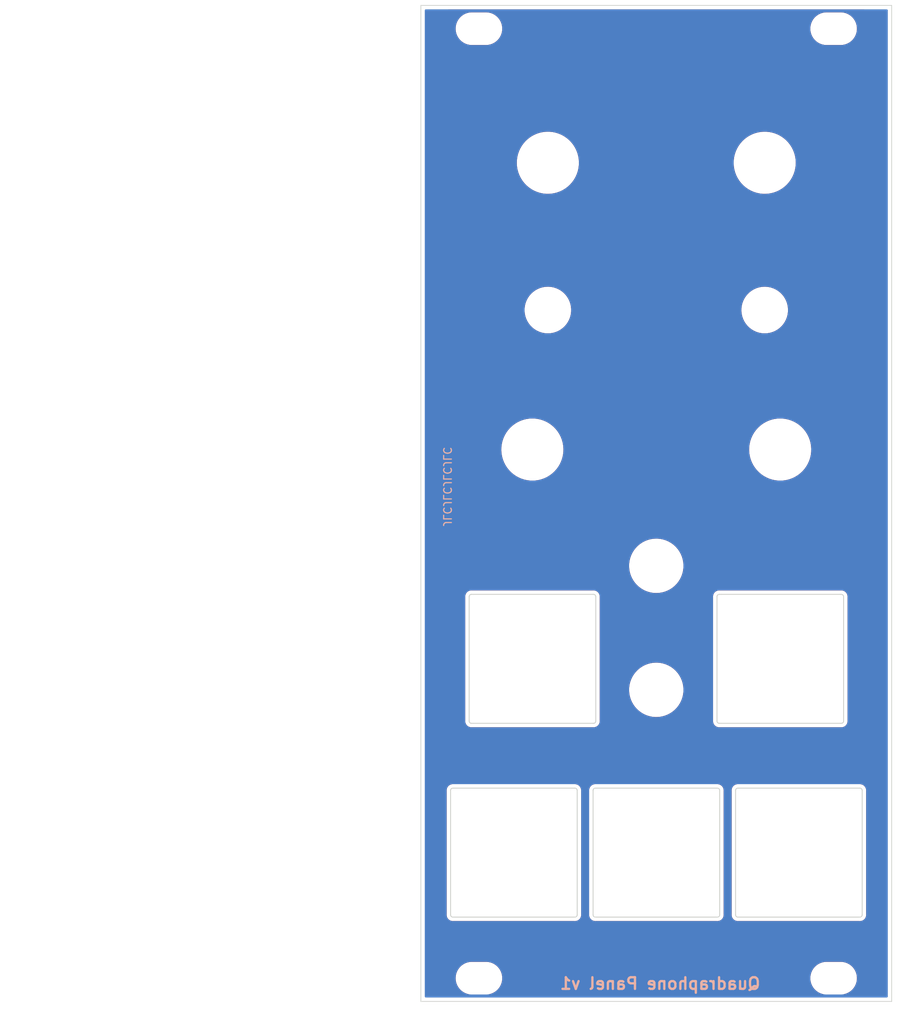
<source format=kicad_pcb>
(kicad_pcb (version 20211014) (generator pcbnew)
  (layers (0 "F.Cu" signal) (31 "B.Cu" signal) (34 "B.Paste" user) (35 "F.Paste" user) (36 "B.SilkS" user "B.Silkscreen") (37 "F.SilkS" user "F.Silkscreen") (38 "B.Mask" user) (39 "F.Mask" user) (44 "Edge.Cuts" user))
  (net 0 "")
  (footprint "kibuzzard-63D122C1" (layer "F.Cu") (at 94 47)
    (fp_text reference "kibuzzard-63D122C1" hide)
    (fp_text value "G***" hide)
  )
  (footprint "kibuzzard-63D0FD70" (layer "F.Cu") (at 102 76 -90)
    (fp_text reference "kibuzzard-63D0FD70" hide)
    (fp_text value "G***" hide)
  )
  (footprint "kibuzzard-63D25E01" (layer "F.Cu") (at 90 70)
    (fp_text reference "kibuzzard-63D25E01" hide)
    (fp_text value "G***" hide)
  )
  (footprint "Custom_Footprints:Sub_Miniature_Switch_MountingHole_5mm" (layer "F.Cu") (at 94 76 180)
    (fp_text reference "Ref**" hide)
    (fp_text value "Subminiature_Switch" hide)
    (pad "" np_thru_hole circle locked (at 0 0 180) (size 5 5) (drill 5) (layers *.Cu *.Mask))
  )
  (footprint "Custom_Footprints:Alpha_9mm_pot_hole" (layer "F.Cu") (at 66 57 180)
    (fp_text reference "Ref**" hide)
    (fp_text value "Alpha_9mm_pot" hide)
    (pad "" np_thru_hole circle locked (at 0 0 180) (size 7 7) (drill 7) (layers *.Cu *.Mask))
  )
  (footprint "Custom_Footprints:Oval_Mounting_Hole" (layer "F.Cu") (at 102.9 39.7)
    (fp_text reference "Ref**" hide)
    (fp_text value "Oval_Mounting_Hole")
    (pad "" np_thru_hole oval locked (at 0 0) (size 5 3.2) (drill oval 5 3.2) (layers *.Cu *.Mask))
  )
  (footprint "kibuzzard-63D139E5" (layer "F.Cu") (at 64 108.5)
    (fp_text reference "kibuzzard-63D139E5" hide)
    (fp_text value "G***" hide)
  )
  (footprint "Custom_Footprints:Alpha_9mm_pot_hole" (layer "F.Cu") (at 94 57 180)
    (fp_text reference "Ref**" hide)
    (fp_text value "Alpha_9mm_pot" hide)
    (pad "" np_thru_hole circle locked (at 0 0 180) (size 7 7) (drill 7) (layers *.Cu *.Mask))
  )
  (footprint "Custom_Footprints:RJ45_Molex_42878-8506_Mounting_Hole" (layer "F.Cu") (at 80 146)
    (fp_text reference "Output" hide)
    (fp_text value "RJ45_Molex_42878-8506_Mounting_Hole")
    (fp_line (start 7.88 8.32) (end -7.88 8.32) (layer "Edge.Cuts") (width 0.12))
    (fp_line (start 8.19 -8.02) (end 8.19 8.02) (layer "Edge.Cuts") (width 0.12))
    (fp_line (start 7.88 -8.32) (end -7.88 -8.32) (layer "Edge.Cuts") (width 0.12))
    (fp_line (start -8.16 -8.02) (end -8.16 8.02) (layer "Edge.Cuts") (width 0.12))
    (fp_arc (start 8.19 8.02) (mid 8.100917 8.238111) (end 7.88 8.32) (layer "Edge.Cuts") (width 0.12))
    (fp_arc (start 7.88 -8.32) (mid 8.096622 -8.233665) (end 8.19 -8.02) (layer "Edge.Cuts") (width 0.12))
    (fp_arc (start -7.88 8.32) (mid -8.081749 8.227632) (end -8.16 8.02) (layer "Edge.Cuts") (width 0.12))
    (fp_arc (start -8.16 -8.02) (mid -8.081443 -8.227347) (end -7.88 -8.32) (layer "Edge.Cuts") (width 0.12))
  )
  (footprint "kibuzzard-63D139F5" (layer "F.Cu") (at 62 134.5)
    (fp_text reference "kibuzzard-63D139F5" hide)
    (fp_text value "G***" hide)
  )
  (footprint "Custom_Footprints:Alpha_9mm_pot_hole" (layer "F.Cu") (at 96 94 180)
    (fp_text reference "Ref**" hide)
    (fp_text value "Alpha_9mm_pot" hide)
    (pad "" np_thru_hole circle locked (at 0 0 180) (size 7 7) (drill 7) (layers *.Cu *.Mask))
  )
  (footprint "kibuzzard-63D12295" (layer "F.Cu") (at 66 47)
    (fp_text reference "kibuzzard-63D12295" hide)
    (fp_text value "G***" hide)
  )
  (footprint "Custom_Footprints:RJ45_Molex_42878-8506_Mounting_Hole" (layer "F.Cu") (at 96 121)
    (fp_text reference "PWM_In" hide)
    (fp_text value "RJ45_Molex_42878-8506_Mounting_Hole")
    (fp_line (start 8.19 -8.02) (end 8.19 8.02) (layer "Edge.Cuts") (width 0.12))
    (fp_line (start -8.16 -8.02) (end -8.16 8.02) (layer "Edge.Cuts") (width 0.12))
    (fp_line (start 7.88 8.32) (end -7.88 8.32) (layer "Edge.Cuts") (width 0.12))
    (fp_line (start 7.88 -8.32) (end -7.88 -8.32) (layer "Edge.Cuts") (width 0.12))
    (fp_arc (start -7.88 8.32) (mid -8.081749 8.227632) (end -8.16 8.02) (layer "Edge.Cuts") (width 0.12))
    (fp_arc (start -8.16 -8.02) (mid -8.081443 -8.227347) (end -7.88 -8.32) (layer "Edge.Cuts") (width 0.12))
    (fp_arc (start 8.19 8.02) (mid 8.100917 8.238111) (end 7.88 8.32) (layer "Edge.Cuts") (width 0.12))
    (fp_arc (start 7.88 -8.32) (mid 8.096622 -8.233665) (end 8.19 -8.02) (layer "Edge.Cuts") (width 0.12))
  )
  (footprint "kibuzzard-63D127EA" (layer "F.Cu") (at 80 57)
    (fp_text reference "kibuzzard-63D127EA" hide)
    (fp_text value "G***" hide)
  )
  (footprint "Custom_Footprints:DPDT_Switch_MountingHole_6mm" (layer "F.Cu") (at 66 76)
    (fp_text reference "Ref**" hide)
    (fp_text value "Subminiature_Switch" hide)
    (pad "" np_thru_hole circle (at 0 0) (size 5 5) (drill 5) (layers *.Cu *.Mask))
  )
  (footprint "Custom_Footprints:Oval_Mounting_Hole" (layer "F.Cu") (at 102.9 162.2)
    (fp_text reference "Ref**" hide)
    (fp_text value "Oval_Mounting_Hole")
    (pad "" np_thru_hole oval locked (at 0 0) (size 5 3.2) (drill oval 5 3.2) (layers *.Cu *.Mask))
  )
  (footprint "Graphics:QuadraphoneLogo" (layer "F.Cu") (at 79.962909 39.924006)
    (fp_text reference "G***" hide)
    (fp_text value "LOGO" hide)
  )
  (footprint "Custom_Footprints:Thonkiconn_Socket_MountingHole_6mm" (layer "F.Cu") (at 80 125 180)
    (fp_text reference "Ref**" hide)
    (fp_text value "Thonkiconn_Socket_MountingHole_6mm")
    (pad "" np_thru_hole circle locked (at 0 0 180) (size 6 6) (drill 6) (layers *.Cu *.Mask))
  )
  (footprint "kibuzzard-63D13A10" (layer "F.Cu") (at 98.5 134.5)
    (fp_text reference "kibuzzard-63D13A10" hide)
    (fp_text value "G***" hide)
  )
  (footprint "kibuzzard-63D25EC7" (layer "F.Cu") (at 80 100.1 90)
    (fp_text reference "kibuzzard-63D25EC7" hide)
    (fp_text value "G***" hide)
  )
  (footprint "kibuzzard-63D1286A" (layer "F.Cu") (at 90 82)
    (fp_text reference "kibuzzard-63D1286A" hide)
    (fp_text value "G***" hide)
  )
  (footprint "Custom_Footprints:Alpha_9mm_pot_hole" (layer "F.Cu") (at 64 94 180)
    (fp_text reference "Ref**" hide)
    (fp_text value "Alpha_9mm_pot" hide)
    (pad "" np_thru_hole circle locked (at 0 0 180) (size 7 7) (drill 7) (layers *.Cu *.Mask))
  )
  (footprint "Custom_Footprints:RJ45_Molex_42878-8506_Mounting_Hole" (layer "F.Cu") (at 98.4 146)
    (fp_text reference "Synch_In" hide)
    (fp_text value "RJ45_Molex_42878-8506_Mounting_Hole")
    (fp_line (start 8.19 -8.02) (end 8.19 8.02) (layer "Edge.Cuts") (width 0.12))
    (fp_line (start 7.88 -8.32) (end -7.88 -8.32) (layer "Edge.Cuts") (width 0.12))
    (fp_line (start 7.88 8.32) (end -7.88 8.32) (layer "Edge.Cuts") (width 0.12))
    (fp_line (start -8.16 -8.02) (end -8.16 8.02) (layer "Edge.Cuts") (width 0.12))
    (fp_arc (start -7.88 8.32) (mid -8.081749 8.227632) (end -8.16 8.02) (layer "Edge.Cuts") (width 0.12))
    (fp_arc (start -8.16 -8.02) (mid -8.081443 -8.227347) (end -7.88 -8.32) (layer "Edge.Cuts") (width 0.12))
    (fp_arc (start 8.19 8.02) (mid 8.100917 8.238111) (end 7.88 8.32) (layer "Edge.Cuts") (width 0.12))
    (fp_arc (start 7.88 -8.32) (mid 8.096622 -8.233665) (end 8.19 -8.02) (layer "Edge.Cuts") (width 0.12))
  )
  (footprint "Custom_Footprints:Oval_Mounting_Hole" (layer "F.Cu") (at 57.1 162.2)
    (fp_text reference "Ref**" hide)
    (fp_text value "Oval_Mounting_Hole")
    (pad "" np_thru_hole oval locked (at 0 0) (size 5 3.2) (drill oval 5 3.2) (layers *.Cu *.Mask))
  )
  (footprint "Custom_Footprints:Thonkiconn_Socket_MountingHole_6mm" (layer "F.Cu") (at 80 109 180)
    (fp_text reference "Ref**" hide)
    (fp_text value "Thonkiconn_Socket_MountingHole_6mm")
    (pad "" np_thru_hole circle locked (at 0 0 180) (size 6 6) (drill 6) (layers *.Cu *.Mask))
  )
  (footprint "kibuzzard-63D122DE" (layer "F.Cu") (at 58 76 90)
    (fp_text reference "kibuzzard-63D122DE" hide)
    (fp_text value "G***" hide)
  )
  (footprint "Custom_Footprints:RJ45_Molex_42878-8506_Mounting_Hole" (layer "F.Cu") (at 64 121)
    (fp_text reference "FM_In" hide)
    (fp_text value "RJ45_Molex_42878-8506_Mounting_Hole")
    (fp_line (start -8.16 -8.02) (end -8.16 8.02) (layer "Edge.Cuts") (width 0.12))
    (fp_line (start 7.88 8.32) (end -7.88 8.32) (layer "Edge.Cuts") (width 0.12))
    (fp_line (start 8.19 -8.02) (end 8.19 8.02) (layer "Edge.Cuts") (width 0.12))
    (fp_line (start 7.88 -8.32) (end -7.88 -8.32) (layer "Edge.Cuts") (width 0.12))
    (fp_arc (start -7.88 8.32) (mid -8.081749 8.227632) (end -8.16 8.02) (layer "Edge.Cuts") (width 0.12))
    (fp_arc (start 7.88 -8.32) (mid 8.096622 -8.233665) (end 8.19 -8.02) (layer "Edge.Cuts") (width 0.12))
    (fp_arc (start -8.16 -8.02) (mid -8.081443 -8.227347) (end -7.88 -8.32) (layer "Edge.Cuts") (width 0.12))
    (fp_arc (start 8.19 8.02) (mid 8.100917 8.238111) (end 7.88 8.32) (layer "Edge.Cuts") (width 0.12))
  )
  (footprint "Custom_Footprints:Oval_Mounting_Hole" (layer "F.Cu") (at 57.1 39.7)
    (fp_text reference "Ref**" hide)
    (fp_text value "Oval_Mounting_Hole")
    (pad "" np_thru_hole oval locked (at 0 0) (size 5 3.2) (drill oval 5 3.2) (layers *.Cu *.Mask))
  )
  (footprint "Custom_Footprints:RJ45_Molex_42878-8506_Mounting_Hole" (layer "F.Cu") (at 61.6 146)
    (fp_text reference "V_per_Oct_In" hide)
    (fp_text value "RJ45_Molex_42878-8506_Mounting_Hole")
    (fp_line (start 7.88 -8.32) (end -7.88 -8.32) (layer "Edge.Cuts") (width 0.12))
    (fp_line (start 8.19 -8.02) (end 8.19 8.02) (layer "Edge.Cuts") (width 0.12))
    (fp_line (start 7.88 8.32) (end -7.88 8.32) (layer "Edge.Cuts") (width 0.12))
    (fp_line (start -8.16 -8.02) (end -8.16 8.02) (layer "Edge.Cuts") (width 0.12))
    (fp_arc (start -7.88 8.32) (mid -8.081749 8.227632) (end -8.16 8.02) (layer "Edge.Cuts") (width 0.12))
    (fp_arc (start 7.88 -8.32) (mid 8.096622 -8.233665) (end 8.19 -8.02) (layer "Edge.Cuts") (width 0.12))
    (fp_arc (start 8.19 8.02) (mid 8.100917 8.238111) (end 7.88 8.32) (layer "Edge.Cuts") (width 0.12))
    (fp_arc (start -8.16 -8.02) (mid -8.081443 -8.227347) (end -7.88 -8.32) (layer "Edge.Cuts") (width 0.12))
  )
  (footprint "kibuzzard-63D12809" (layer "F.Cu") (at 96 106.6 -90)
    (fp_text reference "kibuzzard-63D12809" hide)
    (fp_text value "G***" hide)
  )
  (gr_line (start 49.6 165.2) (end 110.4 165.2) (layer "Edge.Cuts") (width 0.1))
  (gr_line (start 49.6 36.7) (end 49.6 165.2) (layer "Edge.Cuts") (width 0.1))
  (gr_line (start 110.4 36.7) (end 110.4 165.2) (layer "Edge.Cuts") (width 0.1))
  (gr_line (start 49.6 36.7) (end 110.4 36.7) (layer "Edge.Cuts") (width 0.1))
  (gr_text "Quadraphone Panel v1" (at 80.5 162.9) (layer "B.SilkS") (effects (font (size 1.5 1.5) (thickness 0.3)) (justify mirror)))
  (gr_text "JLCJLCJLCJLC" (at 53 98.8 -90) (layer "B.SilkS") (effects (font (size 1 1)) (justify mirror)))
  (zone (net 0) (net_name "") (layer "F.Cu") (connect_pads (clearance 0.508)) (min_thickness 0.254) (fill yes (thermal_gap 0.508) (thermal_bridge_width 0.508) (smoothing fillet) (radius 2))
    (polygon (pts (xy 108 43) (xy 52 43) (xy 52 37) (xy 108 37)))
  )
  (zone (net 0) (net_name "") (layer "F.Cu") (connect_pads (clearance 0.508)) (min_thickness 0.254) (fill yes (thermal_gap 0.508) (thermal_bridge_width 0.508) (smoothing fillet) (radius 2))
    (polygon (pts (xy 108 164.5) (xy 52 164.5) (xy 52 159.5) (xy 108 159.5)))
  )
  (zone (net 0) (net_name "") (layer "F.Cu") (connect_pads (clearance 0.508)) (min_thickness 0.254) (fill yes (thermal_gap 0.508) (thermal_bridge_width 0.508) (smoothing fillet) (radius 2))
    (polygon (pts (xy 108 85) (xy 86 85) (xy 86 67) (xy 108 67)))
  )
  (zone (net 0) (net_name "") (layer "F.Cu") (connect_pads (clearance 0.508)) (min_thickness 0.254) (fill yes (thermal_gap 0.508) (thermal_bridge_width 0.508) (smoothing fillet) (radius 2))
    (polygon (pts (xy 108 66) (xy 52 66) (xy 52 44) (xy 108 44)))
  )
  (zone (net 0) (net_name "") (layer "F.Cu") (connect_pads (clearance 0.508)) (min_thickness 0.254) (fill yes (thermal_gap 0.508) (thermal_bridge_width 0.508) (smoothing fillet) (radius 2))
    (polygon (pts (xy 108 131) (xy 74.5 131) (xy 74.5 118.5) (xy 86.1 118.5) (xy 86 86) (xy 108 86)))
  )
  (zone (net 0) (net_name "") (layer "F.Cu") (connect_pads (clearance 0.508)) (min_thickness 0.254) (fill yes (thermal_gap 0.508) (thermal_bridge_width 0.508) (smoothing fillet) (radius 2))
    (polygon (pts (xy 73.5 131) (xy 52 131) (xy 52 104.5) (xy 73.5 104.5)))
  )
  (zone (net 0) (net_name "") (layer "F.Cu") (connect_pads (clearance 0.508)) (min_thickness 0.254) (fill yes (thermal_gap 0.508) (thermal_bridge_width 0.508) (smoothing fillet) (radius 2))
    (polygon (pts (xy 85 85) (xy 52 85) (xy 52 67) (xy 85 67)))
  )
  (zone (net 0) (net_name "") (layer "F.Cu") (connect_pads (clearance 0.508)) (min_thickness 0.254) (fill yes (thermal_gap 0.508) (thermal_bridge_width 0.508) (smoothing fillet) (radius 2))
    (polygon (pts (xy 108 158.5) (xy 52 158.5) (xy 52 132) (xy 108 132)))
  )
  (zone (net 0) (net_name "") (layer "F.Cu") (connect_pads (clearance 0.508)) (min_thickness 0.254) (fill yes (thermal_gap 0.508) (thermal_bridge_width 0.508) (smoothing fillet) (radius 2))
    (polygon (pts (xy 85 103) (xy 85 117.5) (xy 74.5 117.5) (xy 74.5 103.5) (xy 52 103.5) (xy 52 86) (xy 85 86)))
  )
  (zone (net 0) (net_name "") (layer "B.Cu") (connect_pads (clearance 0.508)) (min_thickness 0.254) (fill yes (thermal_gap 0.508) (thermal_bridge_width 0.508))
    (polygon (pts (xy 49 36) (xy 111 36) (xy 111 166) (xy 49 166)))
  )
)
</source>
